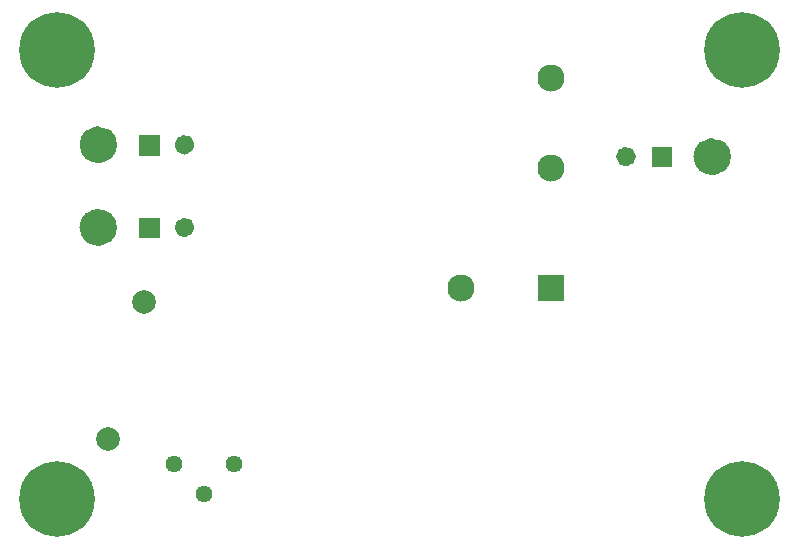
<source format=gbr>
%TF.GenerationSoftware,KiCad,Pcbnew,7.0.1*%
%TF.CreationDate,2023-05-29T21:51:14-06:00*%
%TF.ProjectId,Over_Voltage_Latch,4f766572-5f56-46f6-9c74-6167655f4c61,1*%
%TF.SameCoordinates,Original*%
%TF.FileFunction,Soldermask,Bot*%
%TF.FilePolarity,Negative*%
%FSLAX46Y46*%
G04 Gerber Fmt 4.6, Leading zero omitted, Abs format (unit mm)*
G04 Created by KiCad (PCBNEW 7.0.1) date 2023-05-29 21:51:14*
%MOMM*%
%LPD*%
G01*
G04 APERTURE LIST*
%ADD10C,0.836200*%
%ADD11C,1.576200*%
%ADD12C,0.010000*%
%ADD13C,0.800000*%
%ADD14C,6.400000*%
%ADD15C,2.000000*%
%ADD16R,2.300000X2.300000*%
%ADD17C,2.300000*%
%ADD18C,3.000000*%
%ADD19C,1.440000*%
G04 APERTURE END LIST*
D10*
%TO.C,J3*%
X161808100Y-92000000D02*
G75*
G03*
X161808100Y-92000000I-418100J0D01*
G01*
D11*
X169478100Y-92000000D02*
G75*
G03*
X169478100Y-92000000I-788100J0D01*
G01*
D12*
X165226200Y-92836200D02*
X163553800Y-92836200D01*
X163553800Y-91163800D01*
X165226200Y-91163800D01*
X165226200Y-92836200D01*
G36*
X165226200Y-92836200D02*
G01*
X163553800Y-92836200D01*
X163553800Y-91163800D01*
X165226200Y-91163800D01*
X165226200Y-92836200D01*
G37*
D10*
%TO.C,J2*%
X124428100Y-98000000D02*
G75*
G03*
X124428100Y-98000000I-418100J0D01*
G01*
D11*
X117498100Y-98000000D02*
G75*
G03*
X117498100Y-98000000I-788100J0D01*
G01*
D12*
X121846200Y-98836200D02*
X120173800Y-98836200D01*
X120173800Y-97163800D01*
X121846200Y-97163800D01*
X121846200Y-98836200D01*
G36*
X121846200Y-98836200D02*
G01*
X120173800Y-98836200D01*
X120173800Y-97163800D01*
X121846200Y-97163800D01*
X121846200Y-98836200D01*
G37*
D10*
%TO.C,J1*%
X124428100Y-91000000D02*
G75*
G03*
X124428100Y-91000000I-418100J0D01*
G01*
D11*
X117498100Y-91000000D02*
G75*
G03*
X117498100Y-91000000I-788100J0D01*
G01*
D12*
X121846200Y-91836200D02*
X120173800Y-91836200D01*
X120173800Y-90163800D01*
X121846200Y-90163800D01*
X121846200Y-91836200D01*
G36*
X121846200Y-91836200D02*
G01*
X120173800Y-91836200D01*
X120173800Y-90163800D01*
X121846200Y-90163800D01*
X121846200Y-91836200D01*
G37*
%TD*%
D13*
%TO.C,H1*%
X110800000Y-83000000D03*
X111502944Y-81302944D03*
X111502944Y-84697056D03*
X113200000Y-80600000D03*
D14*
X113200000Y-83000000D03*
D13*
X113200000Y-85400000D03*
X114897056Y-81302944D03*
X114897056Y-84697056D03*
X115600000Y-83000000D03*
%TD*%
D15*
%TO.C,TP2*%
X117500000Y-115900000D03*
%TD*%
D16*
%TO.C,K1*%
X155000000Y-103160000D03*
D17*
X155000000Y-93000000D03*
X155000000Y-85380000D03*
X147380000Y-103160000D03*
%TD*%
D13*
%TO.C,H2*%
X110800000Y-121000000D03*
X111502944Y-119302944D03*
X111502944Y-122697056D03*
X113200000Y-118600000D03*
D14*
X113200000Y-121000000D03*
D13*
X113200000Y-123400000D03*
X114897056Y-119302944D03*
X114897056Y-122697056D03*
X115600000Y-121000000D03*
%TD*%
D18*
%TO.C,J3*%
X168690000Y-92000000D03*
%TD*%
D13*
%TO.C,H4*%
X168800000Y-121000000D03*
X169502944Y-119302944D03*
X169502944Y-122697056D03*
X171200000Y-118600000D03*
D14*
X171200000Y-121000000D03*
D13*
X171200000Y-123400000D03*
X172897056Y-119302944D03*
X172897056Y-122697056D03*
X173600000Y-121000000D03*
%TD*%
%TO.C,H3*%
X168800000Y-83000000D03*
X169502944Y-81302944D03*
X169502944Y-84697056D03*
X171200000Y-80600000D03*
D14*
X171200000Y-83000000D03*
D13*
X171200000Y-85400000D03*
X172897056Y-81302944D03*
X172897056Y-84697056D03*
X173600000Y-83000000D03*
%TD*%
D19*
%TO.C,RV1*%
X128200000Y-118000000D03*
X125660000Y-120540000D03*
X123120000Y-118000000D03*
%TD*%
D18*
%TO.C,J2*%
X116710000Y-98000000D03*
%TD*%
D15*
%TO.C,TP1*%
X120600000Y-104300000D03*
%TD*%
D18*
%TO.C,J1*%
X116710000Y-91000000D03*
%TD*%
M02*

</source>
